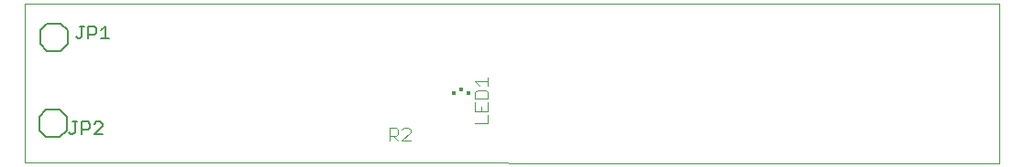
<source format=gto>
G75*
G70*
%OFA0B0*%
%FSLAX24Y24*%
%IPPOS*%
%LPD*%
%AMOC8*
5,1,8,0,0,1.08239X$1,22.5*
%
%ADD10C,0.0000*%
%ADD11C,0.0040*%
%ADD12R,0.0128X0.0167*%
%ADD13R,0.0138X0.0138*%
%ADD14C,0.0060*%
%ADD15C,0.0050*%
D10*
X000254Y000496D02*
X000254Y006301D01*
X035707Y006286D01*
X035707Y000480D01*
X000254Y000496D01*
D11*
X013523Y001310D02*
X013523Y001771D01*
X013753Y001771D01*
X013830Y001694D01*
X013830Y001540D01*
X013753Y001464D01*
X013523Y001464D01*
X013676Y001464D02*
X013830Y001310D01*
X013983Y001310D02*
X014290Y001617D01*
X014290Y001694D01*
X014214Y001771D01*
X014060Y001771D01*
X013983Y001694D01*
X013983Y001310D02*
X014290Y001310D01*
X016642Y001919D02*
X017103Y001919D01*
X017103Y002226D01*
X017103Y002379D02*
X016642Y002379D01*
X016642Y002686D01*
X016872Y002533D02*
X016872Y002379D01*
X017103Y002379D02*
X017103Y002686D01*
X017103Y002840D02*
X016642Y002840D01*
X016642Y003070D01*
X016719Y003147D01*
X017026Y003147D01*
X017103Y003070D01*
X017103Y002840D01*
X017103Y003300D02*
X017103Y003607D01*
X017103Y003454D02*
X016642Y003454D01*
X016796Y003300D01*
D12*
X016393Y003019D03*
X015852Y003019D03*
D13*
X016123Y003172D03*
D14*
X001825Y004825D02*
X001575Y004575D01*
X001075Y004575D01*
X000825Y004825D01*
X000825Y005325D01*
X001075Y005575D01*
X001575Y005575D01*
X001825Y005325D01*
X001825Y004825D01*
X001543Y002432D02*
X001043Y002432D01*
X000793Y002182D01*
X000793Y001682D01*
X001043Y001432D01*
X001543Y001432D01*
X001793Y001682D01*
X001793Y002182D01*
X001543Y002432D01*
D15*
X002017Y001987D02*
X002167Y001987D01*
X002092Y001987D02*
X002092Y001612D01*
X002017Y001537D01*
X001942Y001537D01*
X001867Y001612D01*
X002328Y001537D02*
X002328Y001987D01*
X002553Y001987D01*
X002628Y001912D01*
X002628Y001762D01*
X002553Y001687D01*
X002328Y001687D01*
X002788Y001537D02*
X003088Y001837D01*
X003088Y001912D01*
X003013Y001987D01*
X002863Y001987D01*
X002788Y001912D01*
X002788Y001537D02*
X003088Y001537D01*
X003041Y005020D02*
X003341Y005020D01*
X003191Y005020D02*
X003191Y005471D01*
X003041Y005321D01*
X002881Y005396D02*
X002881Y005245D01*
X002805Y005170D01*
X002580Y005170D01*
X002345Y005095D02*
X002345Y005471D01*
X002270Y005471D02*
X002420Y005471D01*
X002580Y005471D02*
X002805Y005471D01*
X002881Y005396D01*
X002580Y005471D02*
X002580Y005020D01*
X002345Y005095D02*
X002270Y005020D01*
X002195Y005020D01*
X002120Y005095D01*
M02*

</source>
